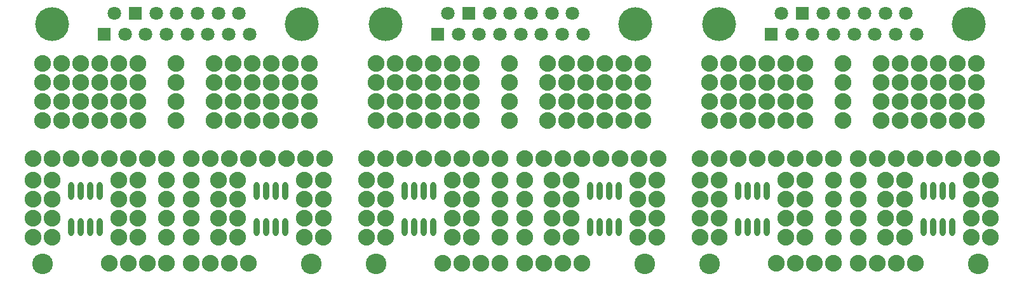
<source format=gts>
%FSLAX24Y24*%
%MOIN*%
G70*
G01*
G75*
G04 Layer_Color=8388736*
%ADD10O,0.0236X0.0866*%
%ADD11C,0.0250*%
%ADD12C,0.1000*%
%ADD13C,0.0800*%
%ADD14R,0.0630X0.0630*%
%ADD15C,0.0630*%
%ADD16C,0.1700*%
%ADD17C,0.0098*%
%ADD18C,0.0080*%
%ADD19C,0.0079*%
%ADD20C,0.0050*%
%ADD21O,0.0316X0.0946*%
%ADD22C,0.1080*%
%ADD23C,0.0880*%
%ADD24R,0.0710X0.0710*%
%ADD25C,0.0710*%
%ADD26C,0.1780*%
D21*
X26300Y33505D02*
D03*
X26800D02*
D03*
X27300D02*
D03*
X27800D02*
D03*
X26300Y35395D02*
D03*
X26800D02*
D03*
X27300D02*
D03*
X27800D02*
D03*
X16550Y33505D02*
D03*
X17050D02*
D03*
X17550D02*
D03*
X18050D02*
D03*
X16550Y35395D02*
D03*
X17050D02*
D03*
X17550D02*
D03*
X18050D02*
D03*
X43800Y33505D02*
D03*
X44300D02*
D03*
X44800D02*
D03*
X45300D02*
D03*
X43800Y35395D02*
D03*
X44300D02*
D03*
X44800D02*
D03*
X45300D02*
D03*
X34050Y33505D02*
D03*
X34550D02*
D03*
X35050D02*
D03*
X35550D02*
D03*
X34050Y35395D02*
D03*
X34550D02*
D03*
X35050D02*
D03*
X35550D02*
D03*
X61300Y33505D02*
D03*
X61800D02*
D03*
X62300D02*
D03*
X62800D02*
D03*
X61300Y35395D02*
D03*
X61800D02*
D03*
X62300D02*
D03*
X62800D02*
D03*
X51550Y33505D02*
D03*
X52050D02*
D03*
X52550D02*
D03*
X53050D02*
D03*
X51550Y35395D02*
D03*
X52050D02*
D03*
X52550D02*
D03*
X53050D02*
D03*
D22*
X29170Y31550D02*
D03*
X15050D02*
D03*
X46670D02*
D03*
X32550D02*
D03*
X64170D02*
D03*
X50050D02*
D03*
D23*
X22850Y31600D02*
D03*
X24850D02*
D03*
X25850D02*
D03*
X23850D02*
D03*
X18550D02*
D03*
X20550D02*
D03*
X21550D02*
D03*
X19550D02*
D03*
X25300Y32950D02*
D03*
X14550Y37100D02*
D03*
X26850D02*
D03*
X16550D02*
D03*
X28850D02*
D03*
X17550D02*
D03*
X29850D02*
D03*
X15550D02*
D03*
X27850D02*
D03*
X29800Y32950D02*
D03*
X20050D02*
D03*
X28800D02*
D03*
X19050D02*
D03*
X29800Y35950D02*
D03*
X20050D02*
D03*
X28800D02*
D03*
X19050D02*
D03*
X15550Y32950D02*
D03*
X24300D02*
D03*
X14550D02*
D03*
X28800Y34950D02*
D03*
X19050D02*
D03*
X29800Y33950D02*
D03*
X20050D02*
D03*
X29800Y34950D02*
D03*
X20050D02*
D03*
X28800Y33950D02*
D03*
X19050D02*
D03*
X24300Y35950D02*
D03*
X14550D02*
D03*
X25300D02*
D03*
X15550D02*
D03*
X25300Y33950D02*
D03*
X15550D02*
D03*
X24300D02*
D03*
X14550D02*
D03*
X24300Y34950D02*
D03*
X14550D02*
D03*
X25300D02*
D03*
X15550D02*
D03*
X22850Y32950D02*
D03*
X21550D02*
D03*
X18550Y37100D02*
D03*
X22850D02*
D03*
Y35950D02*
D03*
X21550Y33950D02*
D03*
X20550Y37100D02*
D03*
X24850D02*
D03*
X22850Y34950D02*
D03*
X21550D02*
D03*
Y37100D02*
D03*
X25850D02*
D03*
X22850Y33950D02*
D03*
X21550Y35950D02*
D03*
X19550Y37100D02*
D03*
X23850D02*
D03*
X28050Y41100D02*
D03*
X15050Y42100D02*
D03*
X17050D02*
D03*
X19050D02*
D03*
X24050D02*
D03*
X26050D02*
D03*
X16050D02*
D03*
X18050Y41100D02*
D03*
X20050Y42100D02*
D03*
X22050D02*
D03*
X25050D02*
D03*
X27050D02*
D03*
X29050Y41100D02*
D03*
X15050Y40100D02*
D03*
X17050Y41100D02*
D03*
X19050D02*
D03*
X24050D02*
D03*
X26050D02*
D03*
X28050Y42100D02*
D03*
X16050Y40100D02*
D03*
X18050D02*
D03*
X20050Y41100D02*
D03*
X22050D02*
D03*
X25050D02*
D03*
X27050Y40100D02*
D03*
X29050D02*
D03*
X15050Y39100D02*
D03*
X17050Y40100D02*
D03*
X19050D02*
D03*
X24050D02*
D03*
X26050D02*
D03*
X28050Y39100D02*
D03*
X16050D02*
D03*
X18050D02*
D03*
X20050Y40100D02*
D03*
X22050D02*
D03*
X25050D02*
D03*
X27050Y41100D02*
D03*
X29050Y39100D02*
D03*
X15050Y41100D02*
D03*
X17050Y39100D02*
D03*
X19050D02*
D03*
X24050D02*
D03*
X26050D02*
D03*
X28050Y40100D02*
D03*
X16050Y41100D02*
D03*
X18050Y42100D02*
D03*
X20050Y39100D02*
D03*
X22050D02*
D03*
X25050D02*
D03*
X27050D02*
D03*
X29050Y42100D02*
D03*
X40350Y31600D02*
D03*
X42350D02*
D03*
X43350D02*
D03*
X41350D02*
D03*
X36050D02*
D03*
X38050D02*
D03*
X39050D02*
D03*
X37050D02*
D03*
X42800Y32950D02*
D03*
X32050Y37100D02*
D03*
X44350D02*
D03*
X34050D02*
D03*
X46350D02*
D03*
X35050D02*
D03*
X47350D02*
D03*
X33050D02*
D03*
X45350D02*
D03*
X47300Y32950D02*
D03*
X37550D02*
D03*
X46300D02*
D03*
X36550D02*
D03*
X47300Y35950D02*
D03*
X37550D02*
D03*
X46300D02*
D03*
X36550D02*
D03*
X33050Y32950D02*
D03*
X41800D02*
D03*
X32050D02*
D03*
X46300Y34950D02*
D03*
X36550D02*
D03*
X47300Y33950D02*
D03*
X37550D02*
D03*
X47300Y34950D02*
D03*
X37550D02*
D03*
X46300Y33950D02*
D03*
X36550D02*
D03*
X41800Y35950D02*
D03*
X32050D02*
D03*
X42800D02*
D03*
X33050D02*
D03*
X42800Y33950D02*
D03*
X33050D02*
D03*
X41800D02*
D03*
X32050D02*
D03*
X41800Y34950D02*
D03*
X32050D02*
D03*
X42800D02*
D03*
X33050D02*
D03*
X40350Y32950D02*
D03*
X39050D02*
D03*
X36050Y37100D02*
D03*
X40350D02*
D03*
Y35950D02*
D03*
X39050Y33950D02*
D03*
X38050Y37100D02*
D03*
X42350D02*
D03*
X40350Y34950D02*
D03*
X39050D02*
D03*
Y37100D02*
D03*
X43350D02*
D03*
X40350Y33950D02*
D03*
X39050Y35950D02*
D03*
X37050Y37100D02*
D03*
X41350D02*
D03*
X45550Y41100D02*
D03*
X32550Y42100D02*
D03*
X34550D02*
D03*
X36550D02*
D03*
X41550D02*
D03*
X43550D02*
D03*
X33550D02*
D03*
X35550Y41100D02*
D03*
X37550Y42100D02*
D03*
X39550D02*
D03*
X42550D02*
D03*
X44550D02*
D03*
X46550Y41100D02*
D03*
X32550Y40100D02*
D03*
X34550Y41100D02*
D03*
X36550D02*
D03*
X41550D02*
D03*
X43550D02*
D03*
X45550Y42100D02*
D03*
X33550Y40100D02*
D03*
X35550D02*
D03*
X37550Y41100D02*
D03*
X39550D02*
D03*
X42550D02*
D03*
X44550Y40100D02*
D03*
X46550D02*
D03*
X32550Y39100D02*
D03*
X34550Y40100D02*
D03*
X36550D02*
D03*
X41550D02*
D03*
X43550D02*
D03*
X45550Y39100D02*
D03*
X33550D02*
D03*
X35550D02*
D03*
X37550Y40100D02*
D03*
X39550D02*
D03*
X42550D02*
D03*
X44550Y41100D02*
D03*
X46550Y39100D02*
D03*
X32550Y41100D02*
D03*
X34550Y39100D02*
D03*
X36550D02*
D03*
X41550D02*
D03*
X43550D02*
D03*
X45550Y40100D02*
D03*
X33550Y41100D02*
D03*
X35550Y42100D02*
D03*
X37550Y39100D02*
D03*
X39550D02*
D03*
X42550D02*
D03*
X44550D02*
D03*
X46550Y42100D02*
D03*
X57850Y31600D02*
D03*
X59850D02*
D03*
X60850D02*
D03*
X58850D02*
D03*
X53550D02*
D03*
X55550D02*
D03*
X56550D02*
D03*
X54550D02*
D03*
X60300Y32950D02*
D03*
X49550Y37100D02*
D03*
X61850D02*
D03*
X51550D02*
D03*
X63850D02*
D03*
X52550D02*
D03*
X64850D02*
D03*
X50550D02*
D03*
X62850D02*
D03*
X64800Y32950D02*
D03*
X55050D02*
D03*
X63800D02*
D03*
X54050D02*
D03*
X64800Y35950D02*
D03*
X55050D02*
D03*
X63800D02*
D03*
X54050D02*
D03*
X50550Y32950D02*
D03*
X59300D02*
D03*
X49550D02*
D03*
X63800Y34950D02*
D03*
X54050D02*
D03*
X64800Y33950D02*
D03*
X55050D02*
D03*
X64800Y34950D02*
D03*
X55050D02*
D03*
X63800Y33950D02*
D03*
X54050D02*
D03*
X59300Y35950D02*
D03*
X49550D02*
D03*
X60300D02*
D03*
X50550D02*
D03*
X60300Y33950D02*
D03*
X50550D02*
D03*
X59300D02*
D03*
X49550D02*
D03*
X59300Y34950D02*
D03*
X49550D02*
D03*
X60300D02*
D03*
X50550D02*
D03*
X57850Y32950D02*
D03*
X56550D02*
D03*
X53550Y37100D02*
D03*
X57850D02*
D03*
Y35950D02*
D03*
X56550Y33950D02*
D03*
X55550Y37100D02*
D03*
X59850D02*
D03*
X57850Y34950D02*
D03*
X56550D02*
D03*
Y37100D02*
D03*
X60850D02*
D03*
X57850Y33950D02*
D03*
X56550Y35950D02*
D03*
X54550Y37100D02*
D03*
X58850D02*
D03*
X63050Y41100D02*
D03*
X50050Y42100D02*
D03*
X52050D02*
D03*
X54050D02*
D03*
X59050D02*
D03*
X61050D02*
D03*
X51050D02*
D03*
X53050Y41100D02*
D03*
X55050Y42100D02*
D03*
X57050D02*
D03*
X60050D02*
D03*
X62050D02*
D03*
X64050Y41100D02*
D03*
X50050Y40100D02*
D03*
X52050Y41100D02*
D03*
X54050D02*
D03*
X59050D02*
D03*
X61050D02*
D03*
X63050Y42100D02*
D03*
X51050Y40100D02*
D03*
X53050D02*
D03*
X55050Y41100D02*
D03*
X57050D02*
D03*
X60050D02*
D03*
X62050Y40100D02*
D03*
X64050D02*
D03*
X50050Y39100D02*
D03*
X52050Y40100D02*
D03*
X54050D02*
D03*
X59050D02*
D03*
X61050D02*
D03*
X63050Y39100D02*
D03*
X51050D02*
D03*
X53050D02*
D03*
X55050Y40100D02*
D03*
X57050D02*
D03*
X60050D02*
D03*
X62050Y41100D02*
D03*
X64050Y39100D02*
D03*
X50050Y41100D02*
D03*
X52050Y39100D02*
D03*
X54050D02*
D03*
X59050D02*
D03*
X61050D02*
D03*
X63050Y40100D02*
D03*
X51050Y41100D02*
D03*
X53050Y42100D02*
D03*
X55050Y39100D02*
D03*
X57050D02*
D03*
X60050D02*
D03*
X62050D02*
D03*
X64050Y42100D02*
D03*
D24*
X18295Y43612D02*
D03*
X19930Y44732D02*
D03*
X35795Y43612D02*
D03*
X37430Y44732D02*
D03*
X53295Y43612D02*
D03*
X54930Y44732D02*
D03*
D25*
X19385Y43612D02*
D03*
X20475D02*
D03*
X21565D02*
D03*
X22655D02*
D03*
X23745D02*
D03*
X24835D02*
D03*
X25925D02*
D03*
X18840Y44732D02*
D03*
X21020D02*
D03*
X22110D02*
D03*
X23200D02*
D03*
X24290D02*
D03*
X25380D02*
D03*
X36885Y43612D02*
D03*
X37975D02*
D03*
X39065D02*
D03*
X40155D02*
D03*
X41245D02*
D03*
X42335D02*
D03*
X43425D02*
D03*
X36340Y44732D02*
D03*
X38520D02*
D03*
X39610D02*
D03*
X40700D02*
D03*
X41790D02*
D03*
X42880D02*
D03*
X54385Y43612D02*
D03*
X55475D02*
D03*
X56565D02*
D03*
X57655D02*
D03*
X58745D02*
D03*
X59835D02*
D03*
X60925D02*
D03*
X53840Y44732D02*
D03*
X56020D02*
D03*
X57110D02*
D03*
X58200D02*
D03*
X59290D02*
D03*
X60380D02*
D03*
D26*
X28670Y44173D02*
D03*
X15550D02*
D03*
X46170D02*
D03*
X33050D02*
D03*
X63670D02*
D03*
X50550D02*
D03*
M02*

</source>
